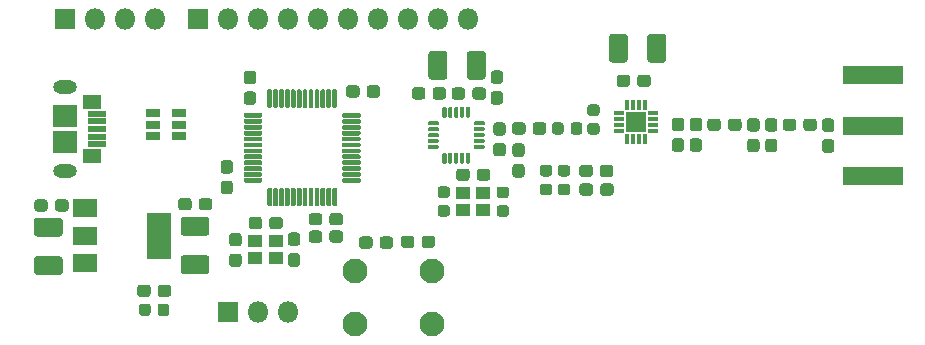
<source format=gbr>
%TF.GenerationSoftware,KiCad,Pcbnew,(5.1.6)-1*%
%TF.CreationDate,2020-07-31T11:50:38+07:00*%
%TF.ProjectId,stm32_nrf24,73746d33-325f-46e7-9266-32342e6b6963,rev?*%
%TF.SameCoordinates,Original*%
%TF.FileFunction,Soldermask,Top*%
%TF.FilePolarity,Negative*%
%FSLAX46Y46*%
G04 Gerber Fmt 4.6, Leading zero omitted, Abs format (unit mm)*
G04 Created by KiCad (PCBNEW (5.1.6)-1) date 2020-07-31 11:50:38*
%MOMM*%
%LPD*%
G01*
G04 APERTURE LIST*
%ADD10O,1.800000X1.800000*%
%ADD11R,1.800000X1.800000*%
%ADD12R,1.250000X1.100000*%
%ADD13R,0.370000X0.910000*%
%ADD14R,0.910000X0.370000*%
%ADD15R,2.100000X1.600000*%
%ADD16R,2.100000X3.900000*%
%ADD17R,1.160000X0.750000*%
%ADD18C,2.100000*%
%ADD19R,5.180000X1.600000*%
%ADD20R,1.550000X1.250000*%
%ADD21O,2.000000X1.150000*%
%ADD22R,2.000000X1.850000*%
%ADD23R,1.500000X0.500000*%
G04 APERTURE END LIST*
%TO.C,C22*%
G36*
G01*
X113752050Y-113939600D02*
X114314550Y-113939600D01*
G75*
G02*
X114558300Y-114183350I0J-243750D01*
G01*
X114558300Y-114670850D01*
G75*
G02*
X114314550Y-114914600I-243750J0D01*
G01*
X113752050Y-114914600D01*
G75*
G02*
X113508300Y-114670850I0J243750D01*
G01*
X113508300Y-114183350D01*
G75*
G02*
X113752050Y-113939600I243750J0D01*
G01*
G37*
G36*
G01*
X113752050Y-112364600D02*
X114314550Y-112364600D01*
G75*
G02*
X114558300Y-112608350I0J-243750D01*
G01*
X114558300Y-113095850D01*
G75*
G02*
X114314550Y-113339600I-243750J0D01*
G01*
X113752050Y-113339600D01*
G75*
G02*
X113508300Y-113095850I0J243750D01*
G01*
X113508300Y-112608350D01*
G75*
G02*
X113752050Y-112364600I243750J0D01*
G01*
G37*
%TD*%
%TO.C,C20*%
G36*
G01*
X119305650Y-113352300D02*
X118743150Y-113352300D01*
G75*
G02*
X118499400Y-113108550I0J243750D01*
G01*
X118499400Y-112621050D01*
G75*
G02*
X118743150Y-112377300I243750J0D01*
G01*
X119305650Y-112377300D01*
G75*
G02*
X119549400Y-112621050I0J-243750D01*
G01*
X119549400Y-113108550D01*
G75*
G02*
X119305650Y-113352300I-243750J0D01*
G01*
G37*
G36*
G01*
X119305650Y-114927300D02*
X118743150Y-114927300D01*
G75*
G02*
X118499400Y-114683550I0J243750D01*
G01*
X118499400Y-114196050D01*
G75*
G02*
X118743150Y-113952300I243750J0D01*
G01*
X119305650Y-113952300D01*
G75*
G02*
X119549400Y-114196050I0J-243750D01*
G01*
X119549400Y-114683550D01*
G75*
G02*
X119305650Y-114927300I-243750J0D01*
G01*
G37*
%TD*%
%TO.C,C24*%
G36*
G01*
X133598040Y-108280480D02*
X134123040Y-108280480D01*
G75*
G02*
X134385540Y-108542980I0J-262500D01*
G01*
X134385540Y-109167980D01*
G75*
G02*
X134123040Y-109430480I-262500J0D01*
G01*
X133598040Y-109430480D01*
G75*
G02*
X133335540Y-109167980I0J262500D01*
G01*
X133335540Y-108542980D01*
G75*
G02*
X133598040Y-108280480I262500J0D01*
G01*
G37*
G36*
G01*
X133598040Y-106530480D02*
X134123040Y-106530480D01*
G75*
G02*
X134385540Y-106792980I0J-262500D01*
G01*
X134385540Y-107417980D01*
G75*
G02*
X134123040Y-107680480I-262500J0D01*
G01*
X133598040Y-107680480D01*
G75*
G02*
X133335540Y-107417980I0J262500D01*
G01*
X133335540Y-106792980D01*
G75*
G02*
X133598040Y-106530480I262500J0D01*
G01*
G37*
%TD*%
D10*
%TO.C,J5*%
X89610000Y-98180000D03*
X87070000Y-98180000D03*
X84530000Y-98180000D03*
D11*
X81990000Y-98180000D03*
%TD*%
D10*
%TO.C,J4*%
X116070000Y-98190000D03*
X113530000Y-98190000D03*
X110990000Y-98190000D03*
X108450000Y-98190000D03*
X105910000Y-98190000D03*
X103370000Y-98190000D03*
X100830000Y-98190000D03*
X98290000Y-98190000D03*
X95750000Y-98190000D03*
D11*
X93210000Y-98190000D03*
%TD*%
%TO.C,U5*%
G36*
G01*
X113915000Y-106457500D02*
X113915000Y-105707500D01*
G75*
G02*
X114002500Y-105620000I87500J0D01*
G01*
X114177500Y-105620000D01*
G75*
G02*
X114265000Y-105707500I0J-87500D01*
G01*
X114265000Y-106457500D01*
G75*
G02*
X114177500Y-106545000I-87500J0D01*
G01*
X114002500Y-106545000D01*
G75*
G02*
X113915000Y-106457500I0J87500D01*
G01*
G37*
G36*
G01*
X114415000Y-106457500D02*
X114415000Y-105707500D01*
G75*
G02*
X114502500Y-105620000I87500J0D01*
G01*
X114677500Y-105620000D01*
G75*
G02*
X114765000Y-105707500I0J-87500D01*
G01*
X114765000Y-106457500D01*
G75*
G02*
X114677500Y-106545000I-87500J0D01*
G01*
X114502500Y-106545000D01*
G75*
G02*
X114415000Y-106457500I0J87500D01*
G01*
G37*
G36*
G01*
X114915000Y-106457500D02*
X114915000Y-105707500D01*
G75*
G02*
X115002500Y-105620000I87500J0D01*
G01*
X115177500Y-105620000D01*
G75*
G02*
X115265000Y-105707500I0J-87500D01*
G01*
X115265000Y-106457500D01*
G75*
G02*
X115177500Y-106545000I-87500J0D01*
G01*
X115002500Y-106545000D01*
G75*
G02*
X114915000Y-106457500I0J87500D01*
G01*
G37*
G36*
G01*
X115415000Y-106457500D02*
X115415000Y-105707500D01*
G75*
G02*
X115502500Y-105620000I87500J0D01*
G01*
X115677500Y-105620000D01*
G75*
G02*
X115765000Y-105707500I0J-87500D01*
G01*
X115765000Y-106457500D01*
G75*
G02*
X115677500Y-106545000I-87500J0D01*
G01*
X115502500Y-106545000D01*
G75*
G02*
X115415000Y-106457500I0J87500D01*
G01*
G37*
G36*
G01*
X115915000Y-106457500D02*
X115915000Y-105707500D01*
G75*
G02*
X116002500Y-105620000I87500J0D01*
G01*
X116177500Y-105620000D01*
G75*
G02*
X116265000Y-105707500I0J-87500D01*
G01*
X116265000Y-106457500D01*
G75*
G02*
X116177500Y-106545000I-87500J0D01*
G01*
X116002500Y-106545000D01*
G75*
G02*
X115915000Y-106457500I0J87500D01*
G01*
G37*
G36*
G01*
X116565000Y-107107500D02*
X116565000Y-106932500D01*
G75*
G02*
X116652500Y-106845000I87500J0D01*
G01*
X117402500Y-106845000D01*
G75*
G02*
X117490000Y-106932500I0J-87500D01*
G01*
X117490000Y-107107500D01*
G75*
G02*
X117402500Y-107195000I-87500J0D01*
G01*
X116652500Y-107195000D01*
G75*
G02*
X116565000Y-107107500I0J87500D01*
G01*
G37*
G36*
G01*
X116565000Y-107607500D02*
X116565000Y-107432500D01*
G75*
G02*
X116652500Y-107345000I87500J0D01*
G01*
X117402500Y-107345000D01*
G75*
G02*
X117490000Y-107432500I0J-87500D01*
G01*
X117490000Y-107607500D01*
G75*
G02*
X117402500Y-107695000I-87500J0D01*
G01*
X116652500Y-107695000D01*
G75*
G02*
X116565000Y-107607500I0J87500D01*
G01*
G37*
G36*
G01*
X116565000Y-108107500D02*
X116565000Y-107932500D01*
G75*
G02*
X116652500Y-107845000I87500J0D01*
G01*
X117402500Y-107845000D01*
G75*
G02*
X117490000Y-107932500I0J-87500D01*
G01*
X117490000Y-108107500D01*
G75*
G02*
X117402500Y-108195000I-87500J0D01*
G01*
X116652500Y-108195000D01*
G75*
G02*
X116565000Y-108107500I0J87500D01*
G01*
G37*
G36*
G01*
X116565000Y-108607500D02*
X116565000Y-108432500D01*
G75*
G02*
X116652500Y-108345000I87500J0D01*
G01*
X117402500Y-108345000D01*
G75*
G02*
X117490000Y-108432500I0J-87500D01*
G01*
X117490000Y-108607500D01*
G75*
G02*
X117402500Y-108695000I-87500J0D01*
G01*
X116652500Y-108695000D01*
G75*
G02*
X116565000Y-108607500I0J87500D01*
G01*
G37*
G36*
G01*
X116565000Y-109107500D02*
X116565000Y-108932500D01*
G75*
G02*
X116652500Y-108845000I87500J0D01*
G01*
X117402500Y-108845000D01*
G75*
G02*
X117490000Y-108932500I0J-87500D01*
G01*
X117490000Y-109107500D01*
G75*
G02*
X117402500Y-109195000I-87500J0D01*
G01*
X116652500Y-109195000D01*
G75*
G02*
X116565000Y-109107500I0J87500D01*
G01*
G37*
G36*
G01*
X115915000Y-110332500D02*
X115915000Y-109582500D01*
G75*
G02*
X116002500Y-109495000I87500J0D01*
G01*
X116177500Y-109495000D01*
G75*
G02*
X116265000Y-109582500I0J-87500D01*
G01*
X116265000Y-110332500D01*
G75*
G02*
X116177500Y-110420000I-87500J0D01*
G01*
X116002500Y-110420000D01*
G75*
G02*
X115915000Y-110332500I0J87500D01*
G01*
G37*
G36*
G01*
X115415000Y-110332500D02*
X115415000Y-109582500D01*
G75*
G02*
X115502500Y-109495000I87500J0D01*
G01*
X115677500Y-109495000D01*
G75*
G02*
X115765000Y-109582500I0J-87500D01*
G01*
X115765000Y-110332500D01*
G75*
G02*
X115677500Y-110420000I-87500J0D01*
G01*
X115502500Y-110420000D01*
G75*
G02*
X115415000Y-110332500I0J87500D01*
G01*
G37*
G36*
G01*
X114915000Y-110332500D02*
X114915000Y-109582500D01*
G75*
G02*
X115002500Y-109495000I87500J0D01*
G01*
X115177500Y-109495000D01*
G75*
G02*
X115265000Y-109582500I0J-87500D01*
G01*
X115265000Y-110332500D01*
G75*
G02*
X115177500Y-110420000I-87500J0D01*
G01*
X115002500Y-110420000D01*
G75*
G02*
X114915000Y-110332500I0J87500D01*
G01*
G37*
G36*
G01*
X114415000Y-110332500D02*
X114415000Y-109582500D01*
G75*
G02*
X114502500Y-109495000I87500J0D01*
G01*
X114677500Y-109495000D01*
G75*
G02*
X114765000Y-109582500I0J-87500D01*
G01*
X114765000Y-110332500D01*
G75*
G02*
X114677500Y-110420000I-87500J0D01*
G01*
X114502500Y-110420000D01*
G75*
G02*
X114415000Y-110332500I0J87500D01*
G01*
G37*
G36*
G01*
X113915000Y-110332500D02*
X113915000Y-109582500D01*
G75*
G02*
X114002500Y-109495000I87500J0D01*
G01*
X114177500Y-109495000D01*
G75*
G02*
X114265000Y-109582500I0J-87500D01*
G01*
X114265000Y-110332500D01*
G75*
G02*
X114177500Y-110420000I-87500J0D01*
G01*
X114002500Y-110420000D01*
G75*
G02*
X113915000Y-110332500I0J87500D01*
G01*
G37*
G36*
G01*
X112690000Y-109107500D02*
X112690000Y-108932500D01*
G75*
G02*
X112777500Y-108845000I87500J0D01*
G01*
X113527500Y-108845000D01*
G75*
G02*
X113615000Y-108932500I0J-87500D01*
G01*
X113615000Y-109107500D01*
G75*
G02*
X113527500Y-109195000I-87500J0D01*
G01*
X112777500Y-109195000D01*
G75*
G02*
X112690000Y-109107500I0J87500D01*
G01*
G37*
G36*
G01*
X112690000Y-108607500D02*
X112690000Y-108432500D01*
G75*
G02*
X112777500Y-108345000I87500J0D01*
G01*
X113527500Y-108345000D01*
G75*
G02*
X113615000Y-108432500I0J-87500D01*
G01*
X113615000Y-108607500D01*
G75*
G02*
X113527500Y-108695000I-87500J0D01*
G01*
X112777500Y-108695000D01*
G75*
G02*
X112690000Y-108607500I0J87500D01*
G01*
G37*
G36*
G01*
X112690000Y-108107500D02*
X112690000Y-107932500D01*
G75*
G02*
X112777500Y-107845000I87500J0D01*
G01*
X113527500Y-107845000D01*
G75*
G02*
X113615000Y-107932500I0J-87500D01*
G01*
X113615000Y-108107500D01*
G75*
G02*
X113527500Y-108195000I-87500J0D01*
G01*
X112777500Y-108195000D01*
G75*
G02*
X112690000Y-108107500I0J87500D01*
G01*
G37*
G36*
G01*
X112690000Y-107607500D02*
X112690000Y-107432500D01*
G75*
G02*
X112777500Y-107345000I87500J0D01*
G01*
X113527500Y-107345000D01*
G75*
G02*
X113615000Y-107432500I0J-87500D01*
G01*
X113615000Y-107607500D01*
G75*
G02*
X113527500Y-107695000I-87500J0D01*
G01*
X112777500Y-107695000D01*
G75*
G02*
X112690000Y-107607500I0J87500D01*
G01*
G37*
G36*
G01*
X112690000Y-107107500D02*
X112690000Y-106932500D01*
G75*
G02*
X112777500Y-106845000I87500J0D01*
G01*
X113527500Y-106845000D01*
G75*
G02*
X113615000Y-106932500I0J-87500D01*
G01*
X113615000Y-107107500D01*
G75*
G02*
X113527500Y-107195000I-87500J0D01*
G01*
X112777500Y-107195000D01*
G75*
G02*
X112690000Y-107107500I0J87500D01*
G01*
G37*
%TD*%
D12*
%TO.C,Y2*%
X117389100Y-114323100D03*
X115639100Y-114323100D03*
X115639100Y-112923100D03*
X117389100Y-112923100D03*
%TD*%
%TO.C,Y1*%
X98045000Y-116990000D03*
X99795000Y-116990000D03*
X99795000Y-118390000D03*
X98045000Y-118390000D03*
%TD*%
D13*
%TO.C,U4*%
X129580000Y-108375000D03*
X130080000Y-108375000D03*
X130580000Y-108375000D03*
X131080000Y-108375000D03*
X131080000Y-105485000D03*
X130580000Y-105485000D03*
X130080000Y-105485000D03*
X129580000Y-105485000D03*
D14*
X128885000Y-106180000D03*
X128885000Y-106680000D03*
X128885000Y-107180000D03*
X128885000Y-107680000D03*
X131775000Y-107680000D03*
X131775000Y-107180000D03*
X131775000Y-106680000D03*
X131775000Y-106180000D03*
D11*
X130330000Y-106930000D03*
%TD*%
%TO.C,U3*%
G36*
G01*
X98565000Y-112050000D02*
X97190000Y-112050000D01*
G75*
G02*
X97090000Y-111950000I0J100000D01*
G01*
X97090000Y-111750000D01*
G75*
G02*
X97190000Y-111650000I100000J0D01*
G01*
X98565000Y-111650000D01*
G75*
G02*
X98665000Y-111750000I0J-100000D01*
G01*
X98665000Y-111950000D01*
G75*
G02*
X98565000Y-112050000I-100000J0D01*
G01*
G37*
G36*
G01*
X98565000Y-111550000D02*
X97190000Y-111550000D01*
G75*
G02*
X97090000Y-111450000I0J100000D01*
G01*
X97090000Y-111250000D01*
G75*
G02*
X97190000Y-111150000I100000J0D01*
G01*
X98565000Y-111150000D01*
G75*
G02*
X98665000Y-111250000I0J-100000D01*
G01*
X98665000Y-111450000D01*
G75*
G02*
X98565000Y-111550000I-100000J0D01*
G01*
G37*
G36*
G01*
X98565000Y-111050000D02*
X97190000Y-111050000D01*
G75*
G02*
X97090000Y-110950000I0J100000D01*
G01*
X97090000Y-110750000D01*
G75*
G02*
X97190000Y-110650000I100000J0D01*
G01*
X98565000Y-110650000D01*
G75*
G02*
X98665000Y-110750000I0J-100000D01*
G01*
X98665000Y-110950000D01*
G75*
G02*
X98565000Y-111050000I-100000J0D01*
G01*
G37*
G36*
G01*
X98565000Y-110550000D02*
X97190000Y-110550000D01*
G75*
G02*
X97090000Y-110450000I0J100000D01*
G01*
X97090000Y-110250000D01*
G75*
G02*
X97190000Y-110150000I100000J0D01*
G01*
X98565000Y-110150000D01*
G75*
G02*
X98665000Y-110250000I0J-100000D01*
G01*
X98665000Y-110450000D01*
G75*
G02*
X98565000Y-110550000I-100000J0D01*
G01*
G37*
G36*
G01*
X98565000Y-110050000D02*
X97190000Y-110050000D01*
G75*
G02*
X97090000Y-109950000I0J100000D01*
G01*
X97090000Y-109750000D01*
G75*
G02*
X97190000Y-109650000I100000J0D01*
G01*
X98565000Y-109650000D01*
G75*
G02*
X98665000Y-109750000I0J-100000D01*
G01*
X98665000Y-109950000D01*
G75*
G02*
X98565000Y-110050000I-100000J0D01*
G01*
G37*
G36*
G01*
X98565000Y-109550000D02*
X97190000Y-109550000D01*
G75*
G02*
X97090000Y-109450000I0J100000D01*
G01*
X97090000Y-109250000D01*
G75*
G02*
X97190000Y-109150000I100000J0D01*
G01*
X98565000Y-109150000D01*
G75*
G02*
X98665000Y-109250000I0J-100000D01*
G01*
X98665000Y-109450000D01*
G75*
G02*
X98565000Y-109550000I-100000J0D01*
G01*
G37*
G36*
G01*
X98565000Y-109050000D02*
X97190000Y-109050000D01*
G75*
G02*
X97090000Y-108950000I0J100000D01*
G01*
X97090000Y-108750000D01*
G75*
G02*
X97190000Y-108650000I100000J0D01*
G01*
X98565000Y-108650000D01*
G75*
G02*
X98665000Y-108750000I0J-100000D01*
G01*
X98665000Y-108950000D01*
G75*
G02*
X98565000Y-109050000I-100000J0D01*
G01*
G37*
G36*
G01*
X98565000Y-108550000D02*
X97190000Y-108550000D01*
G75*
G02*
X97090000Y-108450000I0J100000D01*
G01*
X97090000Y-108250000D01*
G75*
G02*
X97190000Y-108150000I100000J0D01*
G01*
X98565000Y-108150000D01*
G75*
G02*
X98665000Y-108250000I0J-100000D01*
G01*
X98665000Y-108450000D01*
G75*
G02*
X98565000Y-108550000I-100000J0D01*
G01*
G37*
G36*
G01*
X98565000Y-108050000D02*
X97190000Y-108050000D01*
G75*
G02*
X97090000Y-107950000I0J100000D01*
G01*
X97090000Y-107750000D01*
G75*
G02*
X97190000Y-107650000I100000J0D01*
G01*
X98565000Y-107650000D01*
G75*
G02*
X98665000Y-107750000I0J-100000D01*
G01*
X98665000Y-107950000D01*
G75*
G02*
X98565000Y-108050000I-100000J0D01*
G01*
G37*
G36*
G01*
X98565000Y-107550000D02*
X97190000Y-107550000D01*
G75*
G02*
X97090000Y-107450000I0J100000D01*
G01*
X97090000Y-107250000D01*
G75*
G02*
X97190000Y-107150000I100000J0D01*
G01*
X98565000Y-107150000D01*
G75*
G02*
X98665000Y-107250000I0J-100000D01*
G01*
X98665000Y-107450000D01*
G75*
G02*
X98565000Y-107550000I-100000J0D01*
G01*
G37*
G36*
G01*
X98565000Y-107050000D02*
X97190000Y-107050000D01*
G75*
G02*
X97090000Y-106950000I0J100000D01*
G01*
X97090000Y-106750000D01*
G75*
G02*
X97190000Y-106650000I100000J0D01*
G01*
X98565000Y-106650000D01*
G75*
G02*
X98665000Y-106750000I0J-100000D01*
G01*
X98665000Y-106950000D01*
G75*
G02*
X98565000Y-107050000I-100000J0D01*
G01*
G37*
G36*
G01*
X98565000Y-106550000D02*
X97190000Y-106550000D01*
G75*
G02*
X97090000Y-106450000I0J100000D01*
G01*
X97090000Y-106250000D01*
G75*
G02*
X97190000Y-106150000I100000J0D01*
G01*
X98565000Y-106150000D01*
G75*
G02*
X98665000Y-106250000I0J-100000D01*
G01*
X98665000Y-106450000D01*
G75*
G02*
X98565000Y-106550000I-100000J0D01*
G01*
G37*
G36*
G01*
X99390000Y-105725000D02*
X99190000Y-105725000D01*
G75*
G02*
X99090000Y-105625000I0J100000D01*
G01*
X99090000Y-104250000D01*
G75*
G02*
X99190000Y-104150000I100000J0D01*
G01*
X99390000Y-104150000D01*
G75*
G02*
X99490000Y-104250000I0J-100000D01*
G01*
X99490000Y-105625000D01*
G75*
G02*
X99390000Y-105725000I-100000J0D01*
G01*
G37*
G36*
G01*
X99890000Y-105725000D02*
X99690000Y-105725000D01*
G75*
G02*
X99590000Y-105625000I0J100000D01*
G01*
X99590000Y-104250000D01*
G75*
G02*
X99690000Y-104150000I100000J0D01*
G01*
X99890000Y-104150000D01*
G75*
G02*
X99990000Y-104250000I0J-100000D01*
G01*
X99990000Y-105625000D01*
G75*
G02*
X99890000Y-105725000I-100000J0D01*
G01*
G37*
G36*
G01*
X100390000Y-105725000D02*
X100190000Y-105725000D01*
G75*
G02*
X100090000Y-105625000I0J100000D01*
G01*
X100090000Y-104250000D01*
G75*
G02*
X100190000Y-104150000I100000J0D01*
G01*
X100390000Y-104150000D01*
G75*
G02*
X100490000Y-104250000I0J-100000D01*
G01*
X100490000Y-105625000D01*
G75*
G02*
X100390000Y-105725000I-100000J0D01*
G01*
G37*
G36*
G01*
X100890000Y-105725000D02*
X100690000Y-105725000D01*
G75*
G02*
X100590000Y-105625000I0J100000D01*
G01*
X100590000Y-104250000D01*
G75*
G02*
X100690000Y-104150000I100000J0D01*
G01*
X100890000Y-104150000D01*
G75*
G02*
X100990000Y-104250000I0J-100000D01*
G01*
X100990000Y-105625000D01*
G75*
G02*
X100890000Y-105725000I-100000J0D01*
G01*
G37*
G36*
G01*
X101390000Y-105725000D02*
X101190000Y-105725000D01*
G75*
G02*
X101090000Y-105625000I0J100000D01*
G01*
X101090000Y-104250000D01*
G75*
G02*
X101190000Y-104150000I100000J0D01*
G01*
X101390000Y-104150000D01*
G75*
G02*
X101490000Y-104250000I0J-100000D01*
G01*
X101490000Y-105625000D01*
G75*
G02*
X101390000Y-105725000I-100000J0D01*
G01*
G37*
G36*
G01*
X101890000Y-105725000D02*
X101690000Y-105725000D01*
G75*
G02*
X101590000Y-105625000I0J100000D01*
G01*
X101590000Y-104250000D01*
G75*
G02*
X101690000Y-104150000I100000J0D01*
G01*
X101890000Y-104150000D01*
G75*
G02*
X101990000Y-104250000I0J-100000D01*
G01*
X101990000Y-105625000D01*
G75*
G02*
X101890000Y-105725000I-100000J0D01*
G01*
G37*
G36*
G01*
X102390000Y-105725000D02*
X102190000Y-105725000D01*
G75*
G02*
X102090000Y-105625000I0J100000D01*
G01*
X102090000Y-104250000D01*
G75*
G02*
X102190000Y-104150000I100000J0D01*
G01*
X102390000Y-104150000D01*
G75*
G02*
X102490000Y-104250000I0J-100000D01*
G01*
X102490000Y-105625000D01*
G75*
G02*
X102390000Y-105725000I-100000J0D01*
G01*
G37*
G36*
G01*
X102890000Y-105725000D02*
X102690000Y-105725000D01*
G75*
G02*
X102590000Y-105625000I0J100000D01*
G01*
X102590000Y-104250000D01*
G75*
G02*
X102690000Y-104150000I100000J0D01*
G01*
X102890000Y-104150000D01*
G75*
G02*
X102990000Y-104250000I0J-100000D01*
G01*
X102990000Y-105625000D01*
G75*
G02*
X102890000Y-105725000I-100000J0D01*
G01*
G37*
G36*
G01*
X103390000Y-105725000D02*
X103190000Y-105725000D01*
G75*
G02*
X103090000Y-105625000I0J100000D01*
G01*
X103090000Y-104250000D01*
G75*
G02*
X103190000Y-104150000I100000J0D01*
G01*
X103390000Y-104150000D01*
G75*
G02*
X103490000Y-104250000I0J-100000D01*
G01*
X103490000Y-105625000D01*
G75*
G02*
X103390000Y-105725000I-100000J0D01*
G01*
G37*
G36*
G01*
X103890000Y-105725000D02*
X103690000Y-105725000D01*
G75*
G02*
X103590000Y-105625000I0J100000D01*
G01*
X103590000Y-104250000D01*
G75*
G02*
X103690000Y-104150000I100000J0D01*
G01*
X103890000Y-104150000D01*
G75*
G02*
X103990000Y-104250000I0J-100000D01*
G01*
X103990000Y-105625000D01*
G75*
G02*
X103890000Y-105725000I-100000J0D01*
G01*
G37*
G36*
G01*
X104390000Y-105725000D02*
X104190000Y-105725000D01*
G75*
G02*
X104090000Y-105625000I0J100000D01*
G01*
X104090000Y-104250000D01*
G75*
G02*
X104190000Y-104150000I100000J0D01*
G01*
X104390000Y-104150000D01*
G75*
G02*
X104490000Y-104250000I0J-100000D01*
G01*
X104490000Y-105625000D01*
G75*
G02*
X104390000Y-105725000I-100000J0D01*
G01*
G37*
G36*
G01*
X104890000Y-105725000D02*
X104690000Y-105725000D01*
G75*
G02*
X104590000Y-105625000I0J100000D01*
G01*
X104590000Y-104250000D01*
G75*
G02*
X104690000Y-104150000I100000J0D01*
G01*
X104890000Y-104150000D01*
G75*
G02*
X104990000Y-104250000I0J-100000D01*
G01*
X104990000Y-105625000D01*
G75*
G02*
X104890000Y-105725000I-100000J0D01*
G01*
G37*
G36*
G01*
X106890000Y-106550000D02*
X105515000Y-106550000D01*
G75*
G02*
X105415000Y-106450000I0J100000D01*
G01*
X105415000Y-106250000D01*
G75*
G02*
X105515000Y-106150000I100000J0D01*
G01*
X106890000Y-106150000D01*
G75*
G02*
X106990000Y-106250000I0J-100000D01*
G01*
X106990000Y-106450000D01*
G75*
G02*
X106890000Y-106550000I-100000J0D01*
G01*
G37*
G36*
G01*
X106890000Y-107050000D02*
X105515000Y-107050000D01*
G75*
G02*
X105415000Y-106950000I0J100000D01*
G01*
X105415000Y-106750000D01*
G75*
G02*
X105515000Y-106650000I100000J0D01*
G01*
X106890000Y-106650000D01*
G75*
G02*
X106990000Y-106750000I0J-100000D01*
G01*
X106990000Y-106950000D01*
G75*
G02*
X106890000Y-107050000I-100000J0D01*
G01*
G37*
G36*
G01*
X106890000Y-107550000D02*
X105515000Y-107550000D01*
G75*
G02*
X105415000Y-107450000I0J100000D01*
G01*
X105415000Y-107250000D01*
G75*
G02*
X105515000Y-107150000I100000J0D01*
G01*
X106890000Y-107150000D01*
G75*
G02*
X106990000Y-107250000I0J-100000D01*
G01*
X106990000Y-107450000D01*
G75*
G02*
X106890000Y-107550000I-100000J0D01*
G01*
G37*
G36*
G01*
X106890000Y-108050000D02*
X105515000Y-108050000D01*
G75*
G02*
X105415000Y-107950000I0J100000D01*
G01*
X105415000Y-107750000D01*
G75*
G02*
X105515000Y-107650000I100000J0D01*
G01*
X106890000Y-107650000D01*
G75*
G02*
X106990000Y-107750000I0J-100000D01*
G01*
X106990000Y-107950000D01*
G75*
G02*
X106890000Y-108050000I-100000J0D01*
G01*
G37*
G36*
G01*
X106890000Y-108550000D02*
X105515000Y-108550000D01*
G75*
G02*
X105415000Y-108450000I0J100000D01*
G01*
X105415000Y-108250000D01*
G75*
G02*
X105515000Y-108150000I100000J0D01*
G01*
X106890000Y-108150000D01*
G75*
G02*
X106990000Y-108250000I0J-100000D01*
G01*
X106990000Y-108450000D01*
G75*
G02*
X106890000Y-108550000I-100000J0D01*
G01*
G37*
G36*
G01*
X106890000Y-109050000D02*
X105515000Y-109050000D01*
G75*
G02*
X105415000Y-108950000I0J100000D01*
G01*
X105415000Y-108750000D01*
G75*
G02*
X105515000Y-108650000I100000J0D01*
G01*
X106890000Y-108650000D01*
G75*
G02*
X106990000Y-108750000I0J-100000D01*
G01*
X106990000Y-108950000D01*
G75*
G02*
X106890000Y-109050000I-100000J0D01*
G01*
G37*
G36*
G01*
X106890000Y-109550000D02*
X105515000Y-109550000D01*
G75*
G02*
X105415000Y-109450000I0J100000D01*
G01*
X105415000Y-109250000D01*
G75*
G02*
X105515000Y-109150000I100000J0D01*
G01*
X106890000Y-109150000D01*
G75*
G02*
X106990000Y-109250000I0J-100000D01*
G01*
X106990000Y-109450000D01*
G75*
G02*
X106890000Y-109550000I-100000J0D01*
G01*
G37*
G36*
G01*
X106890000Y-110050000D02*
X105515000Y-110050000D01*
G75*
G02*
X105415000Y-109950000I0J100000D01*
G01*
X105415000Y-109750000D01*
G75*
G02*
X105515000Y-109650000I100000J0D01*
G01*
X106890000Y-109650000D01*
G75*
G02*
X106990000Y-109750000I0J-100000D01*
G01*
X106990000Y-109950000D01*
G75*
G02*
X106890000Y-110050000I-100000J0D01*
G01*
G37*
G36*
G01*
X106890000Y-110550000D02*
X105515000Y-110550000D01*
G75*
G02*
X105415000Y-110450000I0J100000D01*
G01*
X105415000Y-110250000D01*
G75*
G02*
X105515000Y-110150000I100000J0D01*
G01*
X106890000Y-110150000D01*
G75*
G02*
X106990000Y-110250000I0J-100000D01*
G01*
X106990000Y-110450000D01*
G75*
G02*
X106890000Y-110550000I-100000J0D01*
G01*
G37*
G36*
G01*
X106890000Y-111050000D02*
X105515000Y-111050000D01*
G75*
G02*
X105415000Y-110950000I0J100000D01*
G01*
X105415000Y-110750000D01*
G75*
G02*
X105515000Y-110650000I100000J0D01*
G01*
X106890000Y-110650000D01*
G75*
G02*
X106990000Y-110750000I0J-100000D01*
G01*
X106990000Y-110950000D01*
G75*
G02*
X106890000Y-111050000I-100000J0D01*
G01*
G37*
G36*
G01*
X106890000Y-111550000D02*
X105515000Y-111550000D01*
G75*
G02*
X105415000Y-111450000I0J100000D01*
G01*
X105415000Y-111250000D01*
G75*
G02*
X105515000Y-111150000I100000J0D01*
G01*
X106890000Y-111150000D01*
G75*
G02*
X106990000Y-111250000I0J-100000D01*
G01*
X106990000Y-111450000D01*
G75*
G02*
X106890000Y-111550000I-100000J0D01*
G01*
G37*
G36*
G01*
X106890000Y-112050000D02*
X105515000Y-112050000D01*
G75*
G02*
X105415000Y-111950000I0J100000D01*
G01*
X105415000Y-111750000D01*
G75*
G02*
X105515000Y-111650000I100000J0D01*
G01*
X106890000Y-111650000D01*
G75*
G02*
X106990000Y-111750000I0J-100000D01*
G01*
X106990000Y-111950000D01*
G75*
G02*
X106890000Y-112050000I-100000J0D01*
G01*
G37*
G36*
G01*
X104890000Y-114050000D02*
X104690000Y-114050000D01*
G75*
G02*
X104590000Y-113950000I0J100000D01*
G01*
X104590000Y-112575000D01*
G75*
G02*
X104690000Y-112475000I100000J0D01*
G01*
X104890000Y-112475000D01*
G75*
G02*
X104990000Y-112575000I0J-100000D01*
G01*
X104990000Y-113950000D01*
G75*
G02*
X104890000Y-114050000I-100000J0D01*
G01*
G37*
G36*
G01*
X104390000Y-114050000D02*
X104190000Y-114050000D01*
G75*
G02*
X104090000Y-113950000I0J100000D01*
G01*
X104090000Y-112575000D01*
G75*
G02*
X104190000Y-112475000I100000J0D01*
G01*
X104390000Y-112475000D01*
G75*
G02*
X104490000Y-112575000I0J-100000D01*
G01*
X104490000Y-113950000D01*
G75*
G02*
X104390000Y-114050000I-100000J0D01*
G01*
G37*
G36*
G01*
X103890000Y-114050000D02*
X103690000Y-114050000D01*
G75*
G02*
X103590000Y-113950000I0J100000D01*
G01*
X103590000Y-112575000D01*
G75*
G02*
X103690000Y-112475000I100000J0D01*
G01*
X103890000Y-112475000D01*
G75*
G02*
X103990000Y-112575000I0J-100000D01*
G01*
X103990000Y-113950000D01*
G75*
G02*
X103890000Y-114050000I-100000J0D01*
G01*
G37*
G36*
G01*
X103390000Y-114050000D02*
X103190000Y-114050000D01*
G75*
G02*
X103090000Y-113950000I0J100000D01*
G01*
X103090000Y-112575000D01*
G75*
G02*
X103190000Y-112475000I100000J0D01*
G01*
X103390000Y-112475000D01*
G75*
G02*
X103490000Y-112575000I0J-100000D01*
G01*
X103490000Y-113950000D01*
G75*
G02*
X103390000Y-114050000I-100000J0D01*
G01*
G37*
G36*
G01*
X102890000Y-114050000D02*
X102690000Y-114050000D01*
G75*
G02*
X102590000Y-113950000I0J100000D01*
G01*
X102590000Y-112575000D01*
G75*
G02*
X102690000Y-112475000I100000J0D01*
G01*
X102890000Y-112475000D01*
G75*
G02*
X102990000Y-112575000I0J-100000D01*
G01*
X102990000Y-113950000D01*
G75*
G02*
X102890000Y-114050000I-100000J0D01*
G01*
G37*
G36*
G01*
X102390000Y-114050000D02*
X102190000Y-114050000D01*
G75*
G02*
X102090000Y-113950000I0J100000D01*
G01*
X102090000Y-112575000D01*
G75*
G02*
X102190000Y-112475000I100000J0D01*
G01*
X102390000Y-112475000D01*
G75*
G02*
X102490000Y-112575000I0J-100000D01*
G01*
X102490000Y-113950000D01*
G75*
G02*
X102390000Y-114050000I-100000J0D01*
G01*
G37*
G36*
G01*
X101890000Y-114050000D02*
X101690000Y-114050000D01*
G75*
G02*
X101590000Y-113950000I0J100000D01*
G01*
X101590000Y-112575000D01*
G75*
G02*
X101690000Y-112475000I100000J0D01*
G01*
X101890000Y-112475000D01*
G75*
G02*
X101990000Y-112575000I0J-100000D01*
G01*
X101990000Y-113950000D01*
G75*
G02*
X101890000Y-114050000I-100000J0D01*
G01*
G37*
G36*
G01*
X101390000Y-114050000D02*
X101190000Y-114050000D01*
G75*
G02*
X101090000Y-113950000I0J100000D01*
G01*
X101090000Y-112575000D01*
G75*
G02*
X101190000Y-112475000I100000J0D01*
G01*
X101390000Y-112475000D01*
G75*
G02*
X101490000Y-112575000I0J-100000D01*
G01*
X101490000Y-113950000D01*
G75*
G02*
X101390000Y-114050000I-100000J0D01*
G01*
G37*
G36*
G01*
X100890000Y-114050000D02*
X100690000Y-114050000D01*
G75*
G02*
X100590000Y-113950000I0J100000D01*
G01*
X100590000Y-112575000D01*
G75*
G02*
X100690000Y-112475000I100000J0D01*
G01*
X100890000Y-112475000D01*
G75*
G02*
X100990000Y-112575000I0J-100000D01*
G01*
X100990000Y-113950000D01*
G75*
G02*
X100890000Y-114050000I-100000J0D01*
G01*
G37*
G36*
G01*
X100390000Y-114050000D02*
X100190000Y-114050000D01*
G75*
G02*
X100090000Y-113950000I0J100000D01*
G01*
X100090000Y-112575000D01*
G75*
G02*
X100190000Y-112475000I100000J0D01*
G01*
X100390000Y-112475000D01*
G75*
G02*
X100490000Y-112575000I0J-100000D01*
G01*
X100490000Y-113950000D01*
G75*
G02*
X100390000Y-114050000I-100000J0D01*
G01*
G37*
G36*
G01*
X99890000Y-114050000D02*
X99690000Y-114050000D01*
G75*
G02*
X99590000Y-113950000I0J100000D01*
G01*
X99590000Y-112575000D01*
G75*
G02*
X99690000Y-112475000I100000J0D01*
G01*
X99890000Y-112475000D01*
G75*
G02*
X99990000Y-112575000I0J-100000D01*
G01*
X99990000Y-113950000D01*
G75*
G02*
X99890000Y-114050000I-100000J0D01*
G01*
G37*
G36*
G01*
X99390000Y-114050000D02*
X99190000Y-114050000D01*
G75*
G02*
X99090000Y-113950000I0J100000D01*
G01*
X99090000Y-112575000D01*
G75*
G02*
X99190000Y-112475000I100000J0D01*
G01*
X99390000Y-112475000D01*
G75*
G02*
X99490000Y-112575000I0J-100000D01*
G01*
X99490000Y-113950000D01*
G75*
G02*
X99390000Y-114050000I-100000J0D01*
G01*
G37*
%TD*%
D15*
%TO.C,U2*%
X83630000Y-114220000D03*
X83630000Y-118820000D03*
X83630000Y-116520000D03*
D16*
X89930000Y-116520000D03*
%TD*%
D17*
%TO.C,U1*%
X89440000Y-107120000D03*
X89440000Y-108070000D03*
X89440000Y-106170000D03*
X91640000Y-106170000D03*
X91640000Y-107120000D03*
X91640000Y-108070000D03*
%TD*%
D18*
%TO.C,SW1*%
X106520000Y-124040000D03*
X106520000Y-119540000D03*
X113020000Y-124040000D03*
X113020000Y-119540000D03*
%TD*%
%TO.C,R7*%
G36*
G01*
X116224100Y-111110600D02*
X116224100Y-111635600D01*
G75*
G02*
X115961600Y-111898100I-262500J0D01*
G01*
X115336600Y-111898100D01*
G75*
G02*
X115074100Y-111635600I0J262500D01*
G01*
X115074100Y-111110600D01*
G75*
G02*
X115336600Y-110848100I262500J0D01*
G01*
X115961600Y-110848100D01*
G75*
G02*
X116224100Y-111110600I0J-262500D01*
G01*
G37*
G36*
G01*
X117974100Y-111110600D02*
X117974100Y-111635600D01*
G75*
G02*
X117711600Y-111898100I-262500J0D01*
G01*
X117086600Y-111898100D01*
G75*
G02*
X116824100Y-111635600I0J262500D01*
G01*
X116824100Y-111110600D01*
G75*
G02*
X117086600Y-110848100I262500J0D01*
G01*
X117711600Y-110848100D01*
G75*
G02*
X117974100Y-111110600I0J-262500D01*
G01*
G37*
%TD*%
%TO.C,R6*%
G36*
G01*
X118792500Y-103690000D02*
X118267500Y-103690000D01*
G75*
G02*
X118005000Y-103427500I0J262500D01*
G01*
X118005000Y-102802500D01*
G75*
G02*
X118267500Y-102540000I262500J0D01*
G01*
X118792500Y-102540000D01*
G75*
G02*
X119055000Y-102802500I0J-262500D01*
G01*
X119055000Y-103427500D01*
G75*
G02*
X118792500Y-103690000I-262500J0D01*
G01*
G37*
G36*
G01*
X118792500Y-105440000D02*
X118267500Y-105440000D01*
G75*
G02*
X118005000Y-105177500I0J262500D01*
G01*
X118005000Y-104552500D01*
G75*
G02*
X118267500Y-104290000I262500J0D01*
G01*
X118792500Y-104290000D01*
G75*
G02*
X119055000Y-104552500I0J-262500D01*
G01*
X119055000Y-105177500D01*
G75*
G02*
X118792500Y-105440000I-262500J0D01*
G01*
G37*
%TD*%
%TO.C,R5*%
G36*
G01*
X126650000Y-110787500D02*
X126650000Y-111312500D01*
G75*
G02*
X126387500Y-111575000I-262500J0D01*
G01*
X125762500Y-111575000D01*
G75*
G02*
X125500000Y-111312500I0J262500D01*
G01*
X125500000Y-110787500D01*
G75*
G02*
X125762500Y-110525000I262500J0D01*
G01*
X126387500Y-110525000D01*
G75*
G02*
X126650000Y-110787500I0J-262500D01*
G01*
G37*
G36*
G01*
X128400000Y-110787500D02*
X128400000Y-111312500D01*
G75*
G02*
X128137500Y-111575000I-262500J0D01*
G01*
X127512500Y-111575000D01*
G75*
G02*
X127250000Y-111312500I0J262500D01*
G01*
X127250000Y-110787500D01*
G75*
G02*
X127512500Y-110525000I262500J0D01*
G01*
X128137500Y-110525000D01*
G75*
G02*
X128400000Y-110787500I0J-262500D01*
G01*
G37*
%TD*%
%TO.C,R4*%
G36*
G01*
X126670000Y-112367500D02*
X126670000Y-112892500D01*
G75*
G02*
X126407500Y-113155000I-262500J0D01*
G01*
X125782500Y-113155000D01*
G75*
G02*
X125520000Y-112892500I0J262500D01*
G01*
X125520000Y-112367500D01*
G75*
G02*
X125782500Y-112105000I262500J0D01*
G01*
X126407500Y-112105000D01*
G75*
G02*
X126670000Y-112367500I0J-262500D01*
G01*
G37*
G36*
G01*
X128420000Y-112367500D02*
X128420000Y-112892500D01*
G75*
G02*
X128157500Y-113155000I-262500J0D01*
G01*
X127532500Y-113155000D01*
G75*
G02*
X127270000Y-112892500I0J262500D01*
G01*
X127270000Y-112367500D01*
G75*
G02*
X127532500Y-112105000I262500J0D01*
G01*
X128157500Y-112105000D01*
G75*
G02*
X128420000Y-112367500I0J-262500D01*
G01*
G37*
%TD*%
%TO.C,R3*%
G36*
G01*
X89810000Y-121462500D02*
X89810000Y-120937500D01*
G75*
G02*
X90072500Y-120675000I262500J0D01*
G01*
X90697500Y-120675000D01*
G75*
G02*
X90960000Y-120937500I0J-262500D01*
G01*
X90960000Y-121462500D01*
G75*
G02*
X90697500Y-121725000I-262500J0D01*
G01*
X90072500Y-121725000D01*
G75*
G02*
X89810000Y-121462500I0J262500D01*
G01*
G37*
G36*
G01*
X88060000Y-121462500D02*
X88060000Y-120937500D01*
G75*
G02*
X88322500Y-120675000I262500J0D01*
G01*
X88947500Y-120675000D01*
G75*
G02*
X89210000Y-120937500I0J-262500D01*
G01*
X89210000Y-121462500D01*
G75*
G02*
X88947500Y-121725000I-262500J0D01*
G01*
X88322500Y-121725000D01*
G75*
G02*
X88060000Y-121462500I0J262500D01*
G01*
G37*
%TD*%
%TO.C,R2*%
G36*
G01*
X108600000Y-117382500D02*
X108600000Y-116857500D01*
G75*
G02*
X108862500Y-116595000I262500J0D01*
G01*
X109487500Y-116595000D01*
G75*
G02*
X109750000Y-116857500I0J-262500D01*
G01*
X109750000Y-117382500D01*
G75*
G02*
X109487500Y-117645000I-262500J0D01*
G01*
X108862500Y-117645000D01*
G75*
G02*
X108600000Y-117382500I0J262500D01*
G01*
G37*
G36*
G01*
X106850000Y-117382500D02*
X106850000Y-116857500D01*
G75*
G02*
X107112500Y-116595000I262500J0D01*
G01*
X107737500Y-116595000D01*
G75*
G02*
X108000000Y-116857500I0J-262500D01*
G01*
X108000000Y-117382500D01*
G75*
G02*
X107737500Y-117645000I-262500J0D01*
G01*
X107112500Y-117645000D01*
G75*
G02*
X106850000Y-117382500I0J262500D01*
G01*
G37*
%TD*%
%TO.C,R1*%
G36*
G01*
X98650000Y-115197500D02*
X98650000Y-115722500D01*
G75*
G02*
X98387500Y-115985000I-262500J0D01*
G01*
X97762500Y-115985000D01*
G75*
G02*
X97500000Y-115722500I0J262500D01*
G01*
X97500000Y-115197500D01*
G75*
G02*
X97762500Y-114935000I262500J0D01*
G01*
X98387500Y-114935000D01*
G75*
G02*
X98650000Y-115197500I0J-262500D01*
G01*
G37*
G36*
G01*
X100400000Y-115197500D02*
X100400000Y-115722500D01*
G75*
G02*
X100137500Y-115985000I-262500J0D01*
G01*
X99512500Y-115985000D01*
G75*
G02*
X99250000Y-115722500I0J262500D01*
G01*
X99250000Y-115197500D01*
G75*
G02*
X99512500Y-114935000I262500J0D01*
G01*
X100137500Y-114935000D01*
G75*
G02*
X100400000Y-115197500I0J-262500D01*
G01*
G37*
%TD*%
%TO.C,L2*%
G36*
G01*
X144478020Y-107407320D02*
X144478020Y-106882320D01*
G75*
G02*
X144740520Y-106619820I262500J0D01*
G01*
X145365520Y-106619820D01*
G75*
G02*
X145628020Y-106882320I0J-262500D01*
G01*
X145628020Y-107407320D01*
G75*
G02*
X145365520Y-107669820I-262500J0D01*
G01*
X144740520Y-107669820D01*
G75*
G02*
X144478020Y-107407320I0J262500D01*
G01*
G37*
G36*
G01*
X142728020Y-107407320D02*
X142728020Y-106882320D01*
G75*
G02*
X142990520Y-106619820I262500J0D01*
G01*
X143615520Y-106619820D01*
G75*
G02*
X143878020Y-106882320I0J-262500D01*
G01*
X143878020Y-107407320D01*
G75*
G02*
X143615520Y-107669820I-262500J0D01*
G01*
X142990520Y-107669820D01*
G75*
G02*
X142728020Y-107407320I0J262500D01*
G01*
G37*
%TD*%
%TO.C,L1*%
G36*
G01*
X138095000Y-107402240D02*
X138095000Y-106877240D01*
G75*
G02*
X138357500Y-106614740I262500J0D01*
G01*
X138982500Y-106614740D01*
G75*
G02*
X139245000Y-106877240I0J-262500D01*
G01*
X139245000Y-107402240D01*
G75*
G02*
X138982500Y-107664740I-262500J0D01*
G01*
X138357500Y-107664740D01*
G75*
G02*
X138095000Y-107402240I0J262500D01*
G01*
G37*
G36*
G01*
X136345000Y-107402240D02*
X136345000Y-106877240D01*
G75*
G02*
X136607500Y-106614740I262500J0D01*
G01*
X137232500Y-106614740D01*
G75*
G02*
X137495000Y-106877240I0J-262500D01*
G01*
X137495000Y-107402240D01*
G75*
G02*
X137232500Y-107664740I-262500J0D01*
G01*
X136607500Y-107664740D01*
G75*
G02*
X136345000Y-107402240I0J262500D01*
G01*
G37*
%TD*%
D19*
%TO.C,J3*%
X150357840Y-107210860D03*
X150357840Y-102960860D03*
X150357840Y-111460860D03*
%TD*%
D10*
%TO.C,J2*%
X100830000Y-123000000D03*
X98290000Y-123000000D03*
D11*
X95750000Y-123000000D03*
%TD*%
D20*
%TO.C,J1*%
X84210000Y-105175000D03*
X84210000Y-109815000D03*
D21*
X81980000Y-111070000D03*
X81980000Y-103920000D03*
D22*
X81980000Y-106370000D03*
D23*
X84630000Y-107495000D03*
X84630000Y-108145000D03*
X84630000Y-108795000D03*
X84630000Y-106195000D03*
X84630000Y-106845000D03*
D22*
X81980000Y-108620000D03*
%TD*%
%TO.C,D1*%
G36*
G01*
X89207500Y-122528750D02*
X89207500Y-123091250D01*
G75*
G02*
X88963750Y-123335000I-243750J0D01*
G01*
X88476250Y-123335000D01*
G75*
G02*
X88232500Y-123091250I0J243750D01*
G01*
X88232500Y-122528750D01*
G75*
G02*
X88476250Y-122285000I243750J0D01*
G01*
X88963750Y-122285000D01*
G75*
G02*
X89207500Y-122528750I0J-243750D01*
G01*
G37*
G36*
G01*
X90782500Y-122528750D02*
X90782500Y-123091250D01*
G75*
G02*
X90538750Y-123335000I-243750J0D01*
G01*
X90051250Y-123335000D01*
G75*
G02*
X89807500Y-123091250I0J243750D01*
G01*
X89807500Y-122528750D01*
G75*
G02*
X90051250Y-122285000I243750J0D01*
G01*
X90538750Y-122285000D01*
G75*
G02*
X90782500Y-122528750I0J-243750D01*
G01*
G37*
%TD*%
%TO.C,C23*%
G36*
G01*
X146308200Y-108355440D02*
X146833200Y-108355440D01*
G75*
G02*
X147095700Y-108617940I0J-262500D01*
G01*
X147095700Y-109242940D01*
G75*
G02*
X146833200Y-109505440I-262500J0D01*
G01*
X146308200Y-109505440D01*
G75*
G02*
X146045700Y-109242940I0J262500D01*
G01*
X146045700Y-108617940D01*
G75*
G02*
X146308200Y-108355440I262500J0D01*
G01*
G37*
G36*
G01*
X146308200Y-106605440D02*
X146833200Y-106605440D01*
G75*
G02*
X147095700Y-106867940I0J-262500D01*
G01*
X147095700Y-107492940D01*
G75*
G02*
X146833200Y-107755440I-262500J0D01*
G01*
X146308200Y-107755440D01*
G75*
G02*
X146045700Y-107492940I0J262500D01*
G01*
X146045700Y-106867940D01*
G75*
G02*
X146308200Y-106605440I262500J0D01*
G01*
G37*
%TD*%
%TO.C,C21*%
G36*
G01*
X141489820Y-108321120D02*
X142014820Y-108321120D01*
G75*
G02*
X142277320Y-108583620I0J-262500D01*
G01*
X142277320Y-109208620D01*
G75*
G02*
X142014820Y-109471120I-262500J0D01*
G01*
X141489820Y-109471120D01*
G75*
G02*
X141227320Y-109208620I0J262500D01*
G01*
X141227320Y-108583620D01*
G75*
G02*
X141489820Y-108321120I262500J0D01*
G01*
G37*
G36*
G01*
X141489820Y-106571120D02*
X142014820Y-106571120D01*
G75*
G02*
X142277320Y-106833620I0J-262500D01*
G01*
X142277320Y-107458620D01*
G75*
G02*
X142014820Y-107721120I-262500J0D01*
G01*
X141489820Y-107721120D01*
G75*
G02*
X141227320Y-107458620I0J262500D01*
G01*
X141227320Y-106833620D01*
G75*
G02*
X141489820Y-106571120I262500J0D01*
G01*
G37*
%TD*%
%TO.C,C19*%
G36*
G01*
X139975980Y-108321120D02*
X140500980Y-108321120D01*
G75*
G02*
X140763480Y-108583620I0J-262500D01*
G01*
X140763480Y-109208620D01*
G75*
G02*
X140500980Y-109471120I-262500J0D01*
G01*
X139975980Y-109471120D01*
G75*
G02*
X139713480Y-109208620I0J262500D01*
G01*
X139713480Y-108583620D01*
G75*
G02*
X139975980Y-108321120I262500J0D01*
G01*
G37*
G36*
G01*
X139975980Y-106571120D02*
X140500980Y-106571120D01*
G75*
G02*
X140763480Y-106833620I0J-262500D01*
G01*
X140763480Y-107458620D01*
G75*
G02*
X140500980Y-107721120I-262500J0D01*
G01*
X139975980Y-107721120D01*
G75*
G02*
X139713480Y-107458620I0J262500D01*
G01*
X139713480Y-106833620D01*
G75*
G02*
X139975980Y-106571120I262500J0D01*
G01*
G37*
%TD*%
%TO.C,C18*%
G36*
G01*
X135114420Y-108290640D02*
X135639420Y-108290640D01*
G75*
G02*
X135901920Y-108553140I0J-262500D01*
G01*
X135901920Y-109178140D01*
G75*
G02*
X135639420Y-109440640I-262500J0D01*
G01*
X135114420Y-109440640D01*
G75*
G02*
X134851920Y-109178140I0J262500D01*
G01*
X134851920Y-108553140D01*
G75*
G02*
X135114420Y-108290640I262500J0D01*
G01*
G37*
G36*
G01*
X135114420Y-106540640D02*
X135639420Y-106540640D01*
G75*
G02*
X135901920Y-106803140I0J-262500D01*
G01*
X135901920Y-107428140D01*
G75*
G02*
X135639420Y-107690640I-262500J0D01*
G01*
X135114420Y-107690640D01*
G75*
G02*
X134851920Y-107428140I0J262500D01*
G01*
X134851920Y-106803140D01*
G75*
G02*
X135114420Y-106540640I262500J0D01*
G01*
G37*
%TD*%
%TO.C,C17*%
G36*
G01*
X129810000Y-103157500D02*
X129810000Y-103682500D01*
G75*
G02*
X129547500Y-103945000I-262500J0D01*
G01*
X128922500Y-103945000D01*
G75*
G02*
X128660000Y-103682500I0J262500D01*
G01*
X128660000Y-103157500D01*
G75*
G02*
X128922500Y-102895000I262500J0D01*
G01*
X129547500Y-102895000D01*
G75*
G02*
X129810000Y-103157500I0J-262500D01*
G01*
G37*
G36*
G01*
X131560000Y-103157500D02*
X131560000Y-103682500D01*
G75*
G02*
X131297500Y-103945000I-262500J0D01*
G01*
X130672500Y-103945000D01*
G75*
G02*
X130410000Y-103682500I0J262500D01*
G01*
X130410000Y-103157500D01*
G75*
G02*
X130672500Y-102895000I262500J0D01*
G01*
X131297500Y-102895000D01*
G75*
G02*
X131560000Y-103157500I0J-262500D01*
G01*
G37*
%TD*%
%TO.C,C16*%
G36*
G01*
X116450000Y-104762500D02*
X116450000Y-104237500D01*
G75*
G02*
X116712500Y-103975000I262500J0D01*
G01*
X117337500Y-103975000D01*
G75*
G02*
X117600000Y-104237500I0J-262500D01*
G01*
X117600000Y-104762500D01*
G75*
G02*
X117337500Y-105025000I-262500J0D01*
G01*
X116712500Y-105025000D01*
G75*
G02*
X116450000Y-104762500I0J262500D01*
G01*
G37*
G36*
G01*
X114700000Y-104762500D02*
X114700000Y-104237500D01*
G75*
G02*
X114962500Y-103975000I262500J0D01*
G01*
X115587500Y-103975000D01*
G75*
G02*
X115850000Y-104237500I0J-262500D01*
G01*
X115850000Y-104762500D01*
G75*
G02*
X115587500Y-105025000I-262500J0D01*
G01*
X114962500Y-105025000D01*
G75*
G02*
X114700000Y-104762500I0J262500D01*
G01*
G37*
%TD*%
%TO.C,C15*%
G36*
G01*
X103750000Y-116347500D02*
X103750000Y-116872500D01*
G75*
G02*
X103487500Y-117135000I-262500J0D01*
G01*
X102862500Y-117135000D01*
G75*
G02*
X102600000Y-116872500I0J262500D01*
G01*
X102600000Y-116347500D01*
G75*
G02*
X102862500Y-116085000I262500J0D01*
G01*
X103487500Y-116085000D01*
G75*
G02*
X103750000Y-116347500I0J-262500D01*
G01*
G37*
G36*
G01*
X105500000Y-116347500D02*
X105500000Y-116872500D01*
G75*
G02*
X105237500Y-117135000I-262500J0D01*
G01*
X104612500Y-117135000D01*
G75*
G02*
X104350000Y-116872500I0J262500D01*
G01*
X104350000Y-116347500D01*
G75*
G02*
X104612500Y-116085000I262500J0D01*
G01*
X105237500Y-116085000D01*
G75*
G02*
X105500000Y-116347500I0J-262500D01*
G01*
G37*
%TD*%
%TO.C,C14*%
G36*
G01*
X112480000Y-104217500D02*
X112480000Y-104742500D01*
G75*
G02*
X112217500Y-105005000I-262500J0D01*
G01*
X111592500Y-105005000D01*
G75*
G02*
X111330000Y-104742500I0J262500D01*
G01*
X111330000Y-104217500D01*
G75*
G02*
X111592500Y-103955000I262500J0D01*
G01*
X112217500Y-103955000D01*
G75*
G02*
X112480000Y-104217500I0J-262500D01*
G01*
G37*
G36*
G01*
X114230000Y-104217500D02*
X114230000Y-104742500D01*
G75*
G02*
X113967500Y-105005000I-262500J0D01*
G01*
X113342500Y-105005000D01*
G75*
G02*
X113080000Y-104742500I0J262500D01*
G01*
X113080000Y-104217500D01*
G75*
G02*
X113342500Y-103955000I262500J0D01*
G01*
X113967500Y-103955000D01*
G75*
G02*
X114230000Y-104217500I0J-262500D01*
G01*
G37*
%TD*%
%TO.C,C13*%
G36*
G01*
X129615000Y-99701667D02*
X129615000Y-101618333D01*
G75*
G02*
X129348333Y-101885000I-266667J0D01*
G01*
X128281667Y-101885000D01*
G75*
G02*
X128015000Y-101618333I0J266667D01*
G01*
X128015000Y-99701667D01*
G75*
G02*
X128281667Y-99435000I266667J0D01*
G01*
X129348333Y-99435000D01*
G75*
G02*
X129615000Y-99701667I0J-266667D01*
G01*
G37*
G36*
G01*
X132865000Y-99701667D02*
X132865000Y-101618333D01*
G75*
G02*
X132598333Y-101885000I-266667J0D01*
G01*
X131531667Y-101885000D01*
G75*
G02*
X131265000Y-101618333I0J266667D01*
G01*
X131265000Y-99701667D01*
G75*
G02*
X131531667Y-99435000I266667J0D01*
G01*
X132598333Y-99435000D01*
G75*
G02*
X132865000Y-99701667I0J-266667D01*
G01*
G37*
%TD*%
%TO.C,C12*%
G36*
G01*
X115985000Y-103068333D02*
X115985000Y-101151667D01*
G75*
G02*
X116251667Y-100885000I266667J0D01*
G01*
X117318333Y-100885000D01*
G75*
G02*
X117585000Y-101151667I0J-266667D01*
G01*
X117585000Y-103068333D01*
G75*
G02*
X117318333Y-103335000I-266667J0D01*
G01*
X116251667Y-103335000D01*
G75*
G02*
X115985000Y-103068333I0J266667D01*
G01*
G37*
G36*
G01*
X112735000Y-103068333D02*
X112735000Y-101151667D01*
G75*
G02*
X113001667Y-100885000I266667J0D01*
G01*
X114068333Y-100885000D01*
G75*
G02*
X114335000Y-101151667I0J-266667D01*
G01*
X114335000Y-103068333D01*
G75*
G02*
X114068333Y-103335000I-266667J0D01*
G01*
X113001667Y-103335000D01*
G75*
G02*
X112735000Y-103068333I0J266667D01*
G01*
G37*
%TD*%
%TO.C,C11*%
G36*
G01*
X103750000Y-114877500D02*
X103750000Y-115402500D01*
G75*
G02*
X103487500Y-115665000I-262500J0D01*
G01*
X102862500Y-115665000D01*
G75*
G02*
X102600000Y-115402500I0J262500D01*
G01*
X102600000Y-114877500D01*
G75*
G02*
X102862500Y-114615000I262500J0D01*
G01*
X103487500Y-114615000D01*
G75*
G02*
X103750000Y-114877500I0J-262500D01*
G01*
G37*
G36*
G01*
X105500000Y-114877500D02*
X105500000Y-115402500D01*
G75*
G02*
X105237500Y-115665000I-262500J0D01*
G01*
X104612500Y-115665000D01*
G75*
G02*
X104350000Y-115402500I0J262500D01*
G01*
X104350000Y-114877500D01*
G75*
G02*
X104612500Y-114615000I262500J0D01*
G01*
X105237500Y-114615000D01*
G75*
G02*
X105500000Y-114877500I0J-262500D01*
G01*
G37*
%TD*%
%TO.C,C10*%
G36*
G01*
X107500000Y-104582500D02*
X107500000Y-104057500D01*
G75*
G02*
X107762500Y-103795000I262500J0D01*
G01*
X108387500Y-103795000D01*
G75*
G02*
X108650000Y-104057500I0J-262500D01*
G01*
X108650000Y-104582500D01*
G75*
G02*
X108387500Y-104845000I-262500J0D01*
G01*
X107762500Y-104845000D01*
G75*
G02*
X107500000Y-104582500I0J262500D01*
G01*
G37*
G36*
G01*
X105750000Y-104582500D02*
X105750000Y-104057500D01*
G75*
G02*
X106012500Y-103795000I262500J0D01*
G01*
X106637500Y-103795000D01*
G75*
G02*
X106900000Y-104057500I0J-262500D01*
G01*
X106900000Y-104582500D01*
G75*
G02*
X106637500Y-104845000I-262500J0D01*
G01*
X106012500Y-104845000D01*
G75*
G02*
X105750000Y-104582500I0J262500D01*
G01*
G37*
%TD*%
%TO.C,C9*%
G36*
G01*
X92011667Y-118180000D02*
X93928333Y-118180000D01*
G75*
G02*
X94195000Y-118446667I0J-266667D01*
G01*
X94195000Y-119513333D01*
G75*
G02*
X93928333Y-119780000I-266667J0D01*
G01*
X92011667Y-119780000D01*
G75*
G02*
X91745000Y-119513333I0J266667D01*
G01*
X91745000Y-118446667D01*
G75*
G02*
X92011667Y-118180000I266667J0D01*
G01*
G37*
G36*
G01*
X92011667Y-114930000D02*
X93928333Y-114930000D01*
G75*
G02*
X94195000Y-115196667I0J-266667D01*
G01*
X94195000Y-116263333D01*
G75*
G02*
X93928333Y-116530000I-266667J0D01*
G01*
X92011667Y-116530000D01*
G75*
G02*
X91745000Y-116263333I0J266667D01*
G01*
X91745000Y-115196667D01*
G75*
G02*
X92011667Y-114930000I266667J0D01*
G01*
G37*
%TD*%
%TO.C,C8*%
G36*
G01*
X97882500Y-103720000D02*
X97357500Y-103720000D01*
G75*
G02*
X97095000Y-103457500I0J262500D01*
G01*
X97095000Y-102832500D01*
G75*
G02*
X97357500Y-102570000I262500J0D01*
G01*
X97882500Y-102570000D01*
G75*
G02*
X98145000Y-102832500I0J-262500D01*
G01*
X98145000Y-103457500D01*
G75*
G02*
X97882500Y-103720000I-262500J0D01*
G01*
G37*
G36*
G01*
X97882500Y-105470000D02*
X97357500Y-105470000D01*
G75*
G02*
X97095000Y-105207500I0J262500D01*
G01*
X97095000Y-104582500D01*
G75*
G02*
X97357500Y-104320000I262500J0D01*
G01*
X97882500Y-104320000D01*
G75*
G02*
X98145000Y-104582500I0J-262500D01*
G01*
X98145000Y-105207500D01*
G75*
G02*
X97882500Y-105470000I-262500J0D01*
G01*
G37*
%TD*%
%TO.C,C7*%
G36*
G01*
X93290000Y-114132500D02*
X93290000Y-113607500D01*
G75*
G02*
X93552500Y-113345000I262500J0D01*
G01*
X94177500Y-113345000D01*
G75*
G02*
X94440000Y-113607500I0J-262500D01*
G01*
X94440000Y-114132500D01*
G75*
G02*
X94177500Y-114395000I-262500J0D01*
G01*
X93552500Y-114395000D01*
G75*
G02*
X93290000Y-114132500I0J262500D01*
G01*
G37*
G36*
G01*
X91540000Y-114132500D02*
X91540000Y-113607500D01*
G75*
G02*
X91802500Y-113345000I262500J0D01*
G01*
X92427500Y-113345000D01*
G75*
G02*
X92690000Y-113607500I0J-262500D01*
G01*
X92690000Y-114132500D01*
G75*
G02*
X92427500Y-114395000I-262500J0D01*
G01*
X91802500Y-114395000D01*
G75*
G02*
X91540000Y-114132500I0J262500D01*
G01*
G37*
%TD*%
%TO.C,C6*%
G36*
G01*
X95922500Y-111280000D02*
X95397500Y-111280000D01*
G75*
G02*
X95135000Y-111017500I0J262500D01*
G01*
X95135000Y-110392500D01*
G75*
G02*
X95397500Y-110130000I262500J0D01*
G01*
X95922500Y-110130000D01*
G75*
G02*
X96185000Y-110392500I0J-262500D01*
G01*
X96185000Y-111017500D01*
G75*
G02*
X95922500Y-111280000I-262500J0D01*
G01*
G37*
G36*
G01*
X95922500Y-113030000D02*
X95397500Y-113030000D01*
G75*
G02*
X95135000Y-112767500I0J262500D01*
G01*
X95135000Y-112142500D01*
G75*
G02*
X95397500Y-111880000I262500J0D01*
G01*
X95922500Y-111880000D01*
G75*
G02*
X96185000Y-112142500I0J-262500D01*
G01*
X96185000Y-112767500D01*
G75*
G02*
X95922500Y-113030000I-262500J0D01*
G01*
G37*
%TD*%
%TO.C,C5*%
G36*
G01*
X81110000Y-114232500D02*
X81110000Y-113707500D01*
G75*
G02*
X81372500Y-113445000I262500J0D01*
G01*
X81997500Y-113445000D01*
G75*
G02*
X82260000Y-113707500I0J-262500D01*
G01*
X82260000Y-114232500D01*
G75*
G02*
X81997500Y-114495000I-262500J0D01*
G01*
X81372500Y-114495000D01*
G75*
G02*
X81110000Y-114232500I0J262500D01*
G01*
G37*
G36*
G01*
X79360000Y-114232500D02*
X79360000Y-113707500D01*
G75*
G02*
X79622500Y-113445000I262500J0D01*
G01*
X80247500Y-113445000D01*
G75*
G02*
X80510000Y-113707500I0J-262500D01*
G01*
X80510000Y-114232500D01*
G75*
G02*
X80247500Y-114495000I-262500J0D01*
G01*
X79622500Y-114495000D01*
G75*
G02*
X79360000Y-114232500I0J262500D01*
G01*
G37*
%TD*%
%TO.C,C4*%
G36*
G01*
X79591667Y-118265000D02*
X81508333Y-118265000D01*
G75*
G02*
X81775000Y-118531667I0J-266667D01*
G01*
X81775000Y-119598333D01*
G75*
G02*
X81508333Y-119865000I-266667J0D01*
G01*
X79591667Y-119865000D01*
G75*
G02*
X79325000Y-119598333I0J266667D01*
G01*
X79325000Y-118531667D01*
G75*
G02*
X79591667Y-118265000I266667J0D01*
G01*
G37*
G36*
G01*
X79591667Y-115015000D02*
X81508333Y-115015000D01*
G75*
G02*
X81775000Y-115281667I0J-266667D01*
G01*
X81775000Y-116348333D01*
G75*
G02*
X81508333Y-116615000I-266667J0D01*
G01*
X79591667Y-116615000D01*
G75*
G02*
X79325000Y-116348333I0J266667D01*
G01*
X79325000Y-115281667D01*
G75*
G02*
X79591667Y-115015000I266667J0D01*
G01*
G37*
%TD*%
%TO.C,C3*%
G36*
G01*
X112150000Y-117312500D02*
X112150000Y-116787500D01*
G75*
G02*
X112412500Y-116525000I262500J0D01*
G01*
X113037500Y-116525000D01*
G75*
G02*
X113300000Y-116787500I0J-262500D01*
G01*
X113300000Y-117312500D01*
G75*
G02*
X113037500Y-117575000I-262500J0D01*
G01*
X112412500Y-117575000D01*
G75*
G02*
X112150000Y-117312500I0J262500D01*
G01*
G37*
G36*
G01*
X110400000Y-117312500D02*
X110400000Y-116787500D01*
G75*
G02*
X110662500Y-116525000I262500J0D01*
G01*
X111287500Y-116525000D01*
G75*
G02*
X111550000Y-116787500I0J-262500D01*
G01*
X111550000Y-117312500D01*
G75*
G02*
X111287500Y-117575000I-262500J0D01*
G01*
X110662500Y-117575000D01*
G75*
G02*
X110400000Y-117312500I0J262500D01*
G01*
G37*
%TD*%
%TO.C,C2*%
G36*
G01*
X101612500Y-117410000D02*
X101087500Y-117410000D01*
G75*
G02*
X100825000Y-117147500I0J262500D01*
G01*
X100825000Y-116522500D01*
G75*
G02*
X101087500Y-116260000I262500J0D01*
G01*
X101612500Y-116260000D01*
G75*
G02*
X101875000Y-116522500I0J-262500D01*
G01*
X101875000Y-117147500D01*
G75*
G02*
X101612500Y-117410000I-262500J0D01*
G01*
G37*
G36*
G01*
X101612500Y-119160000D02*
X101087500Y-119160000D01*
G75*
G02*
X100825000Y-118897500I0J262500D01*
G01*
X100825000Y-118272500D01*
G75*
G02*
X101087500Y-118010000I262500J0D01*
G01*
X101612500Y-118010000D01*
G75*
G02*
X101875000Y-118272500I0J-262500D01*
G01*
X101875000Y-118897500D01*
G75*
G02*
X101612500Y-119160000I-262500J0D01*
G01*
G37*
%TD*%
%TO.C,C1*%
G36*
G01*
X96127500Y-118040000D02*
X96652500Y-118040000D01*
G75*
G02*
X96915000Y-118302500I0J-262500D01*
G01*
X96915000Y-118927500D01*
G75*
G02*
X96652500Y-119190000I-262500J0D01*
G01*
X96127500Y-119190000D01*
G75*
G02*
X95865000Y-118927500I0J262500D01*
G01*
X95865000Y-118302500D01*
G75*
G02*
X96127500Y-118040000I262500J0D01*
G01*
G37*
G36*
G01*
X96127500Y-116290000D02*
X96652500Y-116290000D01*
G75*
G02*
X96915000Y-116552500I0J-262500D01*
G01*
X96915000Y-117177500D01*
G75*
G02*
X96652500Y-117440000I-262500J0D01*
G01*
X96127500Y-117440000D01*
G75*
G02*
X95865000Y-117177500I0J262500D01*
G01*
X95865000Y-116552500D01*
G75*
G02*
X96127500Y-116290000I262500J0D01*
G01*
G37*
%TD*%
%TO.C,8.2nH1*%
G36*
G01*
X118487500Y-108670000D02*
X119012500Y-108670000D01*
G75*
G02*
X119275000Y-108932500I0J-262500D01*
G01*
X119275000Y-109557500D01*
G75*
G02*
X119012500Y-109820000I-262500J0D01*
G01*
X118487500Y-109820000D01*
G75*
G02*
X118225000Y-109557500I0J262500D01*
G01*
X118225000Y-108932500D01*
G75*
G02*
X118487500Y-108670000I262500J0D01*
G01*
G37*
G36*
G01*
X118487500Y-106920000D02*
X119012500Y-106920000D01*
G75*
G02*
X119275000Y-107182500I0J-262500D01*
G01*
X119275000Y-107807500D01*
G75*
G02*
X119012500Y-108070000I-262500J0D01*
G01*
X118487500Y-108070000D01*
G75*
G02*
X118225000Y-107807500I0J262500D01*
G01*
X118225000Y-107182500D01*
G75*
G02*
X118487500Y-106920000I262500J0D01*
G01*
G37*
%TD*%
%TO.C,3.9nH1*%
G36*
G01*
X121560000Y-107712500D02*
X121560000Y-107187500D01*
G75*
G02*
X121822500Y-106925000I262500J0D01*
G01*
X122447500Y-106925000D01*
G75*
G02*
X122710000Y-107187500I0J-262500D01*
G01*
X122710000Y-107712500D01*
G75*
G02*
X122447500Y-107975000I-262500J0D01*
G01*
X121822500Y-107975000D01*
G75*
G02*
X121560000Y-107712500I0J262500D01*
G01*
G37*
G36*
G01*
X119810000Y-107712500D02*
X119810000Y-107187500D01*
G75*
G02*
X120072500Y-106925000I262500J0D01*
G01*
X120697500Y-106925000D01*
G75*
G02*
X120960000Y-107187500I0J-262500D01*
G01*
X120960000Y-107712500D01*
G75*
G02*
X120697500Y-107975000I-262500J0D01*
G01*
X120072500Y-107975000D01*
G75*
G02*
X119810000Y-107712500I0J262500D01*
G01*
G37*
%TD*%
%TO.C,2.7nH1*%
G36*
G01*
X120097500Y-110460000D02*
X120622500Y-110460000D01*
G75*
G02*
X120885000Y-110722500I0J-262500D01*
G01*
X120885000Y-111347500D01*
G75*
G02*
X120622500Y-111610000I-262500J0D01*
G01*
X120097500Y-111610000D01*
G75*
G02*
X119835000Y-111347500I0J262500D01*
G01*
X119835000Y-110722500D01*
G75*
G02*
X120097500Y-110460000I262500J0D01*
G01*
G37*
G36*
G01*
X120097500Y-108710000D02*
X120622500Y-108710000D01*
G75*
G02*
X120885000Y-108972500I0J-262500D01*
G01*
X120885000Y-109597500D01*
G75*
G02*
X120622500Y-109860000I-262500J0D01*
G01*
X120097500Y-109860000D01*
G75*
G02*
X119835000Y-109597500I0J262500D01*
G01*
X119835000Y-108972500D01*
G75*
G02*
X120097500Y-108710000I262500J0D01*
G01*
G37*
%TD*%
%TO.C,1pF3*%
G36*
G01*
X123927290Y-112120960D02*
X124489790Y-112120960D01*
G75*
G02*
X124733540Y-112364710I0J-243750D01*
G01*
X124733540Y-112852210D01*
G75*
G02*
X124489790Y-113095960I-243750J0D01*
G01*
X123927290Y-113095960D01*
G75*
G02*
X123683540Y-112852210I0J243750D01*
G01*
X123683540Y-112364710D01*
G75*
G02*
X123927290Y-112120960I243750J0D01*
G01*
G37*
G36*
G01*
X123927290Y-110545960D02*
X124489790Y-110545960D01*
G75*
G02*
X124733540Y-110789710I0J-243750D01*
G01*
X124733540Y-111277210D01*
G75*
G02*
X124489790Y-111520960I-243750J0D01*
G01*
X123927290Y-111520960D01*
G75*
G02*
X123683540Y-111277210I0J243750D01*
G01*
X123683540Y-110789710D01*
G75*
G02*
X123927290Y-110545960I243750J0D01*
G01*
G37*
%TD*%
%TO.C,1pF2*%
G36*
G01*
X126981250Y-106392500D02*
X126418750Y-106392500D01*
G75*
G02*
X126175000Y-106148750I0J243750D01*
G01*
X126175000Y-105661250D01*
G75*
G02*
X126418750Y-105417500I243750J0D01*
G01*
X126981250Y-105417500D01*
G75*
G02*
X127225000Y-105661250I0J-243750D01*
G01*
X127225000Y-106148750D01*
G75*
G02*
X126981250Y-106392500I-243750J0D01*
G01*
G37*
G36*
G01*
X126981250Y-107967500D02*
X126418750Y-107967500D01*
G75*
G02*
X126175000Y-107723750I0J243750D01*
G01*
X126175000Y-107236250D01*
G75*
G02*
X126418750Y-106992500I243750J0D01*
G01*
X126981250Y-106992500D01*
G75*
G02*
X127225000Y-107236250I0J-243750D01*
G01*
X127225000Y-107723750D01*
G75*
G02*
X126981250Y-107967500I-243750J0D01*
G01*
G37*
%TD*%
%TO.C,1pF1*%
G36*
G01*
X122408750Y-112120000D02*
X122971250Y-112120000D01*
G75*
G02*
X123215000Y-112363750I0J-243750D01*
G01*
X123215000Y-112851250D01*
G75*
G02*
X122971250Y-113095000I-243750J0D01*
G01*
X122408750Y-113095000D01*
G75*
G02*
X122165000Y-112851250I0J243750D01*
G01*
X122165000Y-112363750D01*
G75*
G02*
X122408750Y-112120000I243750J0D01*
G01*
G37*
G36*
G01*
X122408750Y-110545000D02*
X122971250Y-110545000D01*
G75*
G02*
X123215000Y-110788750I0J-243750D01*
G01*
X123215000Y-111276250D01*
G75*
G02*
X122971250Y-111520000I-243750J0D01*
G01*
X122408750Y-111520000D01*
G75*
G02*
X122165000Y-111276250I0J243750D01*
G01*
X122165000Y-110788750D01*
G75*
G02*
X122408750Y-110545000I243750J0D01*
G01*
G37*
%TD*%
%TO.C,1.5pF1*%
G36*
G01*
X124780000Y-107731250D02*
X124780000Y-107168750D01*
G75*
G02*
X125023750Y-106925000I243750J0D01*
G01*
X125511250Y-106925000D01*
G75*
G02*
X125755000Y-107168750I0J-243750D01*
G01*
X125755000Y-107731250D01*
G75*
G02*
X125511250Y-107975000I-243750J0D01*
G01*
X125023750Y-107975000D01*
G75*
G02*
X124780000Y-107731250I0J243750D01*
G01*
G37*
G36*
G01*
X123205000Y-107731250D02*
X123205000Y-107168750D01*
G75*
G02*
X123448750Y-106925000I243750J0D01*
G01*
X123936250Y-106925000D01*
G75*
G02*
X124180000Y-107168750I0J-243750D01*
G01*
X124180000Y-107731250D01*
G75*
G02*
X123936250Y-107975000I-243750J0D01*
G01*
X123448750Y-107975000D01*
G75*
G02*
X123205000Y-107731250I0J243750D01*
G01*
G37*
%TD*%
M02*

</source>
